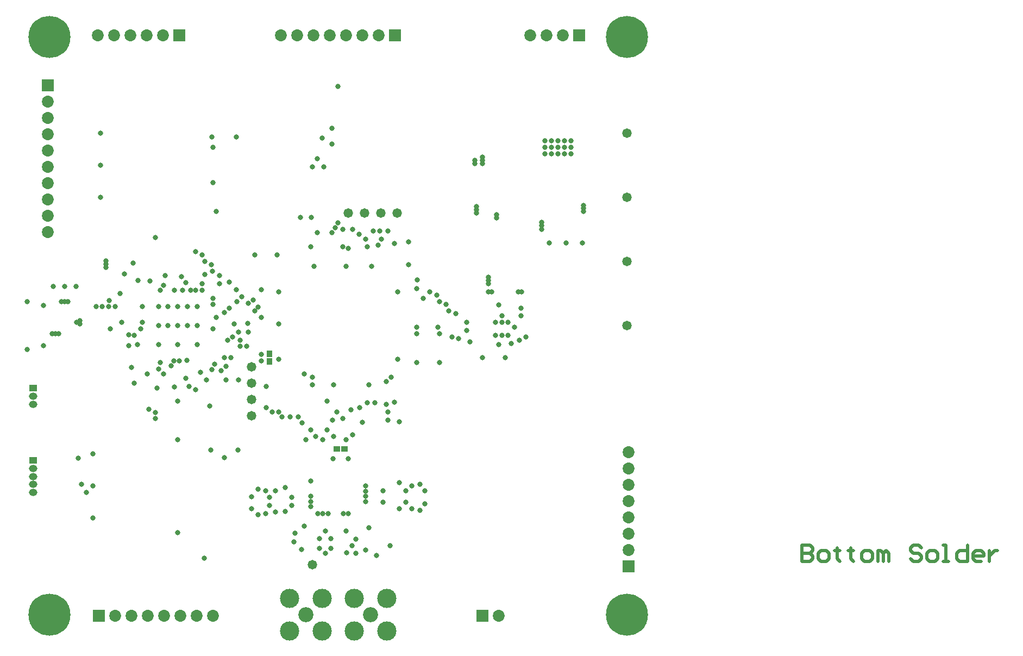
<source format=gbs>
G04 Layer_Color=10092288*
%FSLAX25Y25*%
%MOIN*%
G70*
G01*
G75*
%ADD43C,0.02000*%
%ADD63R,0.03950X0.03556*%
%ADD78R,0.03556X0.03950*%
%ADD93C,0.05800*%
%ADD94C,0.07300*%
%ADD95R,0.07300X0.07300*%
%ADD96O,0.05131X0.04343*%
%ADD97R,0.05131X0.04343*%
%ADD98R,0.07300X0.07300*%
%ADD99C,0.25800*%
%ADD100C,0.09213*%
%ADD101C,0.11824*%
%ADD102C,0.03200*%
D43*
X875000Y455997D02*
Y446000D01*
X879998D01*
X881664Y447666D01*
Y449332D01*
X879998Y450998D01*
X875000D01*
X879998D01*
X881664Y452665D01*
Y454331D01*
X879998Y455997D01*
X875000D01*
X886663Y446000D02*
X889995D01*
X891661Y447666D01*
Y450998D01*
X889995Y452665D01*
X886663D01*
X884997Y450998D01*
Y447666D01*
X886663Y446000D01*
X896660Y454331D02*
Y452665D01*
X894993D01*
X898326D01*
X896660D01*
Y447666D01*
X898326Y446000D01*
X904990Y454331D02*
Y452665D01*
X903324D01*
X906656D01*
X904990D01*
Y447666D01*
X906656Y446000D01*
X913321D02*
X916653D01*
X918319Y447666D01*
Y450998D01*
X916653Y452665D01*
X913321D01*
X911655Y450998D01*
Y447666D01*
X913321Y446000D01*
X921652D02*
Y452665D01*
X923318D01*
X924984Y450998D01*
Y446000D01*
Y450998D01*
X926650Y452665D01*
X928316Y450998D01*
Y446000D01*
X948310Y454331D02*
X946644Y455997D01*
X943311D01*
X941645Y454331D01*
Y452665D01*
X943311Y450998D01*
X946644D01*
X948310Y449332D01*
Y447666D01*
X946644Y446000D01*
X943311D01*
X941645Y447666D01*
X953308Y446000D02*
X956640D01*
X958306Y447666D01*
Y450998D01*
X956640Y452665D01*
X953308D01*
X951642Y450998D01*
Y447666D01*
X953308Y446000D01*
X961639D02*
X964971D01*
X963305D01*
Y455997D01*
X961639D01*
X976634D02*
Y446000D01*
X971635D01*
X969969Y447666D01*
Y450998D01*
X971635Y452665D01*
X976634D01*
X984964Y446000D02*
X981632D01*
X979966Y447666D01*
Y450998D01*
X981632Y452665D01*
X984964D01*
X986631Y450998D01*
Y449332D01*
X979966D01*
X989963Y452665D02*
Y446000D01*
Y449332D01*
X991629Y450998D01*
X993295Y452665D01*
X994961D01*
D63*
X594488Y514764D02*
D03*
X589764D02*
D03*
D78*
X548228Y573228D02*
D03*
Y568504D02*
D03*
D93*
X767717Y590551D02*
D03*
X537402Y535350D02*
D03*
Y545350D02*
D03*
Y555350D02*
D03*
Y565350D02*
D03*
X767717Y708661D02*
D03*
Y669291D02*
D03*
Y629921D02*
D03*
X574803Y443898D02*
D03*
X596850Y659449D02*
D03*
X606850D02*
D03*
X616850D02*
D03*
X626850D02*
D03*
D94*
X708347Y768701D02*
D03*
X718347D02*
D03*
X728346D02*
D03*
X453583Y412402D02*
D03*
X463583D02*
D03*
X473583D02*
D03*
X483583D02*
D03*
X493583D02*
D03*
X503583D02*
D03*
X513583D02*
D03*
X412402Y657835D02*
D03*
Y727835D02*
D03*
Y717835D02*
D03*
Y707835D02*
D03*
Y697835D02*
D03*
Y687835D02*
D03*
Y677835D02*
D03*
Y667835D02*
D03*
Y647835D02*
D03*
X689134Y412402D02*
D03*
X768701Y512913D02*
D03*
Y502913D02*
D03*
Y492913D02*
D03*
Y482913D02*
D03*
Y472913D02*
D03*
Y462913D02*
D03*
Y452913D02*
D03*
X555472Y768701D02*
D03*
X565472D02*
D03*
X575472D02*
D03*
X585472D02*
D03*
X595472D02*
D03*
X605472D02*
D03*
X615472D02*
D03*
X442913D02*
D03*
X452913D02*
D03*
X462913D02*
D03*
X472913D02*
D03*
X482913D02*
D03*
D95*
X738346D02*
D03*
X443583Y412402D02*
D03*
X679134D02*
D03*
X625472Y768701D02*
D03*
X492913D02*
D03*
D96*
X403543Y542323D02*
D03*
Y547244D02*
D03*
Y488189D02*
D03*
Y502953D02*
D03*
Y493110D02*
D03*
Y498032D02*
D03*
D97*
Y552165D02*
D03*
Y507874D02*
D03*
D98*
X412402Y737835D02*
D03*
X768701Y442913D02*
D03*
D99*
X767717Y413386D02*
D03*
Y767717D02*
D03*
X413386D02*
D03*
Y413386D02*
D03*
D100*
X570866D02*
D03*
X610236D02*
D03*
D101*
X580866Y403386D02*
D03*
Y423386D02*
D03*
X560866D02*
D03*
Y403386D02*
D03*
X620236D02*
D03*
Y423386D02*
D03*
X600236D02*
D03*
Y403386D02*
D03*
D102*
X569685Y467717D02*
D03*
X564173Y463386D02*
D03*
X563386Y457874D02*
D03*
X568110Y453150D02*
D03*
X579134Y453937D02*
D03*
Y459842D02*
D03*
X586221D02*
D03*
Y453937D02*
D03*
X541339Y490158D02*
D03*
X537402Y485433D02*
D03*
Y478346D02*
D03*
X546063Y475197D02*
D03*
X552165Y476378D02*
D03*
Y489173D02*
D03*
X599213Y455512D02*
D03*
X627953Y478346D02*
D03*
X643701Y481299D02*
D03*
X635827Y478346D02*
D03*
X643701Y489173D02*
D03*
X635827Y492126D02*
D03*
X682875Y616142D02*
D03*
X682677Y611221D02*
D03*
X684646Y611221D02*
D03*
X703150Y611220D02*
D03*
X701181Y611221D02*
D03*
X675394Y659646D02*
D03*
X675394Y661614D02*
D03*
Y663583D02*
D03*
X687599Y658465D02*
D03*
X687599Y656496D02*
D03*
X674409Y691929D02*
D03*
X674409Y689961D02*
D03*
X679134Y693898D02*
D03*
X682875Y620079D02*
D03*
Y618110D02*
D03*
X679134Y691929D02*
D03*
Y689961D02*
D03*
X698817Y589566D02*
D03*
X701772Y581693D02*
D03*
X642717Y607283D02*
D03*
X688976Y603346D02*
D03*
X660433Y583661D02*
D03*
X617126Y643701D02*
D03*
X615158Y639764D02*
D03*
X596850Y637795D02*
D03*
X612205Y648622D02*
D03*
X608266Y638778D02*
D03*
X616142Y648622D02*
D03*
X621063D02*
D03*
X638779Y589567D02*
D03*
Y585630D02*
D03*
X622244Y455512D02*
D03*
X613976Y449606D02*
D03*
X609252Y466535D02*
D03*
X607283Y452756D02*
D03*
X601378Y450787D02*
D03*
Y459646D02*
D03*
X448000Y626150D02*
D03*
Y628118D02*
D03*
Y630087D02*
D03*
X450000Y606000D02*
D03*
X490158Y552734D02*
D03*
X509842Y557086D02*
D03*
X574803Y559055D02*
D03*
X569882Y561024D02*
D03*
X497688Y569243D02*
D03*
X505905Y562008D02*
D03*
X488189Y565945D02*
D03*
X492942Y568898D02*
D03*
X590551Y737205D02*
D03*
X577756Y692913D02*
D03*
X586614Y701772D02*
D03*
X580709Y705709D02*
D03*
X586614Y711614D02*
D03*
X529134Y514173D02*
D03*
X512402D02*
D03*
X534449Y577756D02*
D03*
X725394Y695866D02*
D03*
X717520D02*
D03*
X721457D02*
D03*
X729331D02*
D03*
X733268D02*
D03*
X729331Y699803D02*
D03*
X733268D02*
D03*
Y703740D02*
D03*
X729331D02*
D03*
X725394D02*
D03*
X721457D02*
D03*
X717520D02*
D03*
Y699803D02*
D03*
X721457D02*
D03*
X725394D02*
D03*
X558071Y491142D02*
D03*
X558119Y476426D02*
D03*
X596851Y508858D02*
D03*
X587451D02*
D03*
X570866Y520669D02*
D03*
X573819Y526575D02*
D03*
X620079Y542323D02*
D03*
X556102Y534449D02*
D03*
X561024D02*
D03*
X581151Y520669D02*
D03*
X595472D02*
D03*
X576772Y522638D02*
D03*
X609252Y554134D02*
D03*
X599409Y523622D02*
D03*
X608268Y543307D02*
D03*
X565945Y534449D02*
D03*
X603839Y540354D02*
D03*
X568451Y531050D02*
D03*
X598425Y538878D02*
D03*
X524606Y570865D02*
D03*
X489605Y568929D02*
D03*
X492126Y590551D02*
D03*
X480315D02*
D03*
X503937D02*
D03*
X492126Y578740D02*
D03*
X531496Y608268D02*
D03*
X535433Y586614D02*
D03*
X492126Y520669D02*
D03*
Y463583D02*
D03*
X541339Y601841D02*
D03*
X522638Y581693D02*
D03*
X539370Y599409D02*
D03*
X528543Y605315D02*
D03*
X593504Y638779D02*
D03*
X439961Y492126D02*
D03*
Y511811D02*
D03*
Y472441D02*
D03*
X480315Y563976D02*
D03*
X483268Y561024D02*
D03*
X508504Y447933D02*
D03*
X479331Y552165D02*
D03*
X741142Y664370D02*
D03*
Y660433D02*
D03*
Y662402D02*
D03*
X415748Y614567D02*
D03*
X429724D02*
D03*
X422736D02*
D03*
X720079Y641339D02*
D03*
X730315D02*
D03*
X740551D02*
D03*
X715394Y653937D02*
D03*
Y649606D02*
D03*
Y651772D02*
D03*
X520669Y570866D02*
D03*
X521654Y565551D02*
D03*
X502953Y551181D02*
D03*
X463583Y564961D02*
D03*
X465551Y555118D02*
D03*
X481299Y567913D02*
D03*
X473425Y561024D02*
D03*
X480315Y578740D02*
D03*
X503937D02*
D03*
Y602362D02*
D03*
X497047Y558071D02*
D03*
X499016Y553150D02*
D03*
X492126Y544291D02*
D03*
X620079Y556102D02*
D03*
X623032Y559055D02*
D03*
X625000Y543701D02*
D03*
X436024Y488189D02*
D03*
X502953Y612205D02*
D03*
X506890Y616142D02*
D03*
X605315Y531307D02*
D03*
X593504Y533653D02*
D03*
X627953Y531496D02*
D03*
X417126Y585433D02*
D03*
X415158D02*
D03*
X419095D02*
D03*
X420669Y605315D02*
D03*
X424606D02*
D03*
X422638D02*
D03*
X499902Y612205D02*
D03*
X481299D02*
D03*
X483268Y615158D02*
D03*
X490158Y612205D02*
D03*
X494488Y620472D02*
D03*
X486221Y602362D02*
D03*
X498032D02*
D03*
X492126D02*
D03*
X480315D02*
D03*
X486221Y590551D02*
D03*
X498032D02*
D03*
X470472Y602362D02*
D03*
X433071Y493110D02*
D03*
X431102Y509252D02*
D03*
X464567Y628937D02*
D03*
X467717Y618307D02*
D03*
X459449Y622244D02*
D03*
X475197Y617913D02*
D03*
X513779Y607283D02*
D03*
X515748Y595472D02*
D03*
X467520Y578740D02*
D03*
X465551Y584646D02*
D03*
X469488Y588583D02*
D03*
X450787D02*
D03*
X462008Y585039D02*
D03*
Y578346D02*
D03*
X470472Y592520D02*
D03*
X457677D02*
D03*
X513189Y706299D02*
D03*
X528150D02*
D03*
X484252Y621063D02*
D03*
X478346Y644685D02*
D03*
X495079Y612205D02*
D03*
X508858Y622047D02*
D03*
X506890Y612205D02*
D03*
X513604Y603522D02*
D03*
X520669Y598425D02*
D03*
X526575Y591535D02*
D03*
X513779Y588583D02*
D03*
X478346Y533465D02*
D03*
X497206Y616967D02*
D03*
X518700Y562991D02*
D03*
X514763Y566928D02*
D03*
X529528Y557087D02*
D03*
X474409Y539370D02*
D03*
X478505Y537243D02*
D03*
X511811Y541339D02*
D03*
X520669Y509449D02*
D03*
X554134Y537402D02*
D03*
X550197D02*
D03*
X583661Y526575D02*
D03*
X587598Y522638D02*
D03*
X589567Y537402D02*
D03*
X587598Y554134D02*
D03*
X587205Y532480D02*
D03*
X583661Y544095D02*
D03*
X621063Y537402D02*
D03*
X613189Y543307D02*
D03*
X621063Y532480D02*
D03*
X574803Y554134D02*
D03*
X607283Y492126D02*
D03*
X573624Y479526D02*
D03*
X573672Y495226D02*
D03*
X607283Y485826D02*
D03*
X562008Y485236D02*
D03*
Y480315D02*
D03*
X548228D02*
D03*
X541339Y474409D02*
D03*
X582677Y464567D02*
D03*
Y450787D02*
D03*
X595669Y451181D02*
D03*
X595472Y464567D02*
D03*
X584251Y475350D02*
D03*
X577951D02*
D03*
X593651D02*
D03*
X521654Y557087D02*
D03*
X513221Y563453D02*
D03*
X535433Y604138D02*
D03*
X618110Y482283D02*
D03*
Y489173D02*
D03*
X631890D02*
D03*
X631890Y482283D02*
D03*
X640748Y493110D02*
D03*
Y477362D02*
D03*
X543307Y572835D02*
D03*
Y568898D02*
D03*
Y595472D02*
D03*
X535039Y591929D02*
D03*
X538386Y606299D02*
D03*
X543307Y612598D02*
D03*
X527953D02*
D03*
X523622Y601378D02*
D03*
X546260Y553150D02*
D03*
X546260Y540354D02*
D03*
X581693Y687992D02*
D03*
X574803D02*
D03*
X588583Y650591D02*
D03*
X586614Y647638D02*
D03*
X590551Y653543D02*
D03*
X599409Y649606D02*
D03*
X603346Y646654D02*
D03*
X607283Y643701D02*
D03*
X513548Y623784D02*
D03*
X523622Y617126D02*
D03*
X515748Y660433D02*
D03*
X553150Y633858D02*
D03*
X539370Y633858D02*
D03*
X573819Y638779D02*
D03*
X577756Y647638D02*
D03*
X554134Y611221D02*
D03*
Y591535D02*
D03*
Y569882D02*
D03*
X575787Y626968D02*
D03*
X595472D02*
D03*
X611221D02*
D03*
X593504Y649606D02*
D03*
X567520Y656890D02*
D03*
X574213D02*
D03*
X702756Y601378D02*
D03*
X671260Y580709D02*
D03*
X688976Y578740D02*
D03*
X692913Y570866D02*
D03*
X669291Y587598D02*
D03*
X696850Y579724D02*
D03*
X702756Y596457D02*
D03*
X705709Y583661D02*
D03*
X633858Y627953D02*
D03*
Y641732D02*
D03*
X625000Y640748D02*
D03*
X664370Y582677D02*
D03*
X652559Y585630D02*
D03*
X638779Y567913D02*
D03*
X652559D02*
D03*
X626968Y569882D02*
D03*
X687008Y584646D02*
D03*
X694882D02*
D03*
X687008Y592520D02*
D03*
X694882D02*
D03*
X679134Y570866D02*
D03*
X658465Y599409D02*
D03*
X652559Y605315D02*
D03*
X646654Y611221D02*
D03*
X638779Y613189D02*
D03*
X626968Y611221D02*
D03*
X639173Y618504D02*
D03*
X651575Y589567D02*
D03*
X690945Y584646D02*
D03*
X669290Y592519D02*
D03*
X690945Y596457D02*
D03*
Y592520D02*
D03*
X441929Y602362D02*
D03*
X449803D02*
D03*
X445866D02*
D03*
X453740D02*
D03*
X456693Y610236D02*
D03*
X651024Y609385D02*
D03*
X656810Y603660D02*
D03*
X662715Y597754D02*
D03*
X525591Y583661D02*
D03*
X529528Y586614D02*
D03*
X530511Y581692D02*
D03*
X530512Y577756D02*
D03*
X399606Y575787D02*
D03*
Y605315D02*
D03*
X409646Y602756D02*
D03*
Y578346D02*
D03*
X546063Y489370D02*
D03*
X627953Y494095D02*
D03*
X548228Y485236D02*
D03*
X581151Y475350D02*
D03*
X596851D02*
D03*
X573776Y482726D02*
D03*
Y485826D02*
D03*
X607327Y482726D02*
D03*
Y489026D02*
D03*
X444882Y669291D02*
D03*
Y688976D02*
D03*
Y708661D02*
D03*
X512795Y627953D02*
D03*
X506890Y633858D02*
D03*
X508858Y629921D02*
D03*
X502953Y635827D02*
D03*
X517717Y616142D02*
D03*
Y621063D02*
D03*
X432087Y591535D02*
D03*
Y593504D02*
D03*
X430118Y592520D02*
D03*
X513779Y678150D02*
D03*
Y699803D02*
D03*
M02*

</source>
